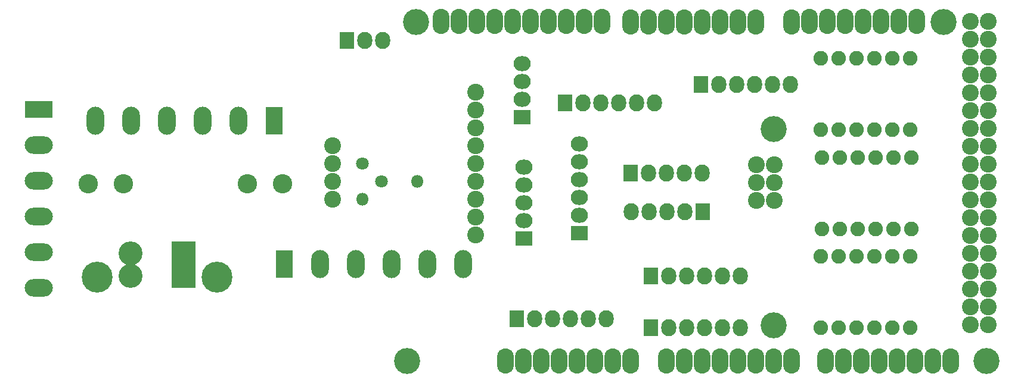
<source format=gts>
G04 #@! TF.FileFunction,Soldermask,Top*
%FSLAX46Y46*%
G04 Gerber Fmt 4.6, Leading zero omitted, Abs format (unit mm)*
G04 Created by KiCad (PCBNEW 4.0.6) date 04/09/18 21:25:24*
%MOMM*%
%LPD*%
G01*
G04 APERTURE LIST*
%ADD10C,0.100000*%
%ADD11C,2.400000*%
%ADD12C,3.702000*%
%ADD13O,2.400000X3.575000*%
%ADD14O,2.127200X2.432000*%
%ADD15R,2.127200X2.432000*%
%ADD16C,2.082800*%
%ADD17R,2.480000X4.000000*%
%ADD18O,2.480000X4.000000*%
%ADD19C,2.750000*%
%ADD20O,2.432000X2.127200*%
%ADD21R,2.432000X2.127200*%
%ADD22R,3.400000X3.400000*%
%ADD23C,3.400000*%
%ADD24C,4.400000*%
%ADD25C,1.800000*%
%ADD26O,1.800000X1.800000*%
%ADD27R,4.000000X2.480000*%
%ADD28O,4.000000X2.480000*%
G04 APERTURE END LIST*
D10*
D11*
X167525700Y-89623900D03*
X167525700Y-92163900D03*
X167525700Y-94703900D03*
X164985700Y-94703900D03*
X164985700Y-92163900D03*
X164985700Y-89623900D03*
D12*
X167398700Y-112483900D03*
X115328700Y-117563900D03*
X116598700Y-69303900D03*
X167398700Y-84543900D03*
X197624700Y-117563900D03*
D13*
X174764700Y-117563900D03*
X152158700Y-117563900D03*
X120154700Y-69271900D03*
X129298700Y-117563900D03*
X147078700Y-69303900D03*
X169938700Y-69303900D03*
X172478700Y-69271900D03*
X175018700Y-69271900D03*
X177558700Y-69271900D03*
X180098700Y-69271900D03*
X182638700Y-69271900D03*
X185178700Y-69271900D03*
X187718700Y-69271900D03*
D11*
X195338700Y-69271900D03*
X197878700Y-69271900D03*
X195338700Y-71811900D03*
X197878700Y-71811900D03*
X195338700Y-74351900D03*
X197878700Y-74351900D03*
X195338700Y-76891900D03*
X197878700Y-76891900D03*
X195338700Y-79431900D03*
X197878700Y-79431900D03*
X195338700Y-81971900D03*
X197878700Y-81971900D03*
X195338700Y-84511900D03*
X197878700Y-84511900D03*
X195338700Y-87051900D03*
X197878700Y-87051900D03*
X195338700Y-89591900D03*
X197878700Y-89591900D03*
X195338700Y-92131900D03*
X197878700Y-92131900D03*
X195338700Y-94671900D03*
X197878700Y-94671900D03*
X195338700Y-97211900D03*
X197878700Y-97211900D03*
X195338700Y-99751900D03*
X197878700Y-99751900D03*
X195338700Y-102291900D03*
X197878700Y-102291900D03*
X195338700Y-104831900D03*
X197878700Y-104831900D03*
X195338700Y-107371900D03*
X197878700Y-107371900D03*
X195338700Y-109911900D03*
X197878700Y-109911900D03*
X195338700Y-112451900D03*
X197878700Y-112451900D03*
D12*
X191528700Y-69303900D03*
D13*
X131838700Y-117563900D03*
X134378700Y-117563900D03*
X136918700Y-117563900D03*
X139458700Y-117563900D03*
X141998700Y-117563900D03*
X144538700Y-117563900D03*
X147078700Y-117563900D03*
X154698700Y-117563900D03*
X157238700Y-117563900D03*
X159778700Y-117563900D03*
X162318700Y-117563900D03*
X164858700Y-117563900D03*
X167398700Y-117563900D03*
X169938700Y-117563900D03*
X177304700Y-117563900D03*
X179844700Y-117563900D03*
X182384700Y-117563900D03*
X184924700Y-117563900D03*
X187464700Y-117563900D03*
X190004700Y-117563900D03*
X192544700Y-117563900D03*
X122694700Y-69271900D03*
X125234700Y-69271900D03*
X127774700Y-69271900D03*
X130314700Y-69271900D03*
X132854700Y-69271900D03*
X135394700Y-69271900D03*
X137934700Y-69271900D03*
X140474700Y-69271900D03*
X143014700Y-69271900D03*
X149618700Y-69303900D03*
X152158700Y-69303900D03*
X154698700Y-69303900D03*
X157238700Y-69303900D03*
X159778700Y-69303900D03*
X162318700Y-69303900D03*
X164858700Y-69303900D03*
D14*
X169748200Y-78232000D03*
D15*
X157048200Y-78232000D03*
D14*
X159588200Y-78232000D03*
X162128200Y-78232000D03*
X164668200Y-78232000D03*
X167208200Y-78232000D03*
D16*
X181686200Y-112877600D03*
X181686200Y-102717600D03*
X179146200Y-102717600D03*
X174066200Y-102717600D03*
X176606200Y-102717600D03*
X184226200Y-102717600D03*
X186766200Y-102717600D03*
X179146200Y-112877600D03*
X174066200Y-112877600D03*
X176606200Y-112877600D03*
X184226200Y-112877600D03*
X186766200Y-112877600D03*
D14*
X143586200Y-111556800D03*
D15*
X130886200Y-111556800D03*
D14*
X133426200Y-111556800D03*
X135966200Y-111556800D03*
X138506200Y-111556800D03*
X141046200Y-111556800D03*
D16*
X181749700Y-84645500D03*
X181749700Y-74485500D03*
X179209700Y-74485500D03*
X174129700Y-74485500D03*
X176669700Y-74485500D03*
X184289700Y-74485500D03*
X186829700Y-74485500D03*
X179209700Y-84645500D03*
X174129700Y-84645500D03*
X176669700Y-84645500D03*
X184289700Y-84645500D03*
X186829700Y-84645500D03*
D11*
X125095000Y-79273400D03*
X104775000Y-86893400D03*
X104775000Y-89433400D03*
X104775000Y-91973400D03*
X104775000Y-94513400D03*
X125095000Y-81813400D03*
X125095000Y-84353400D03*
X125095000Y-86893400D03*
X125095000Y-89433400D03*
X125095000Y-91973400D03*
X125095000Y-94513400D03*
X125095000Y-97053400D03*
X125095000Y-99593400D03*
D17*
X97917000Y-103809800D03*
D18*
X102997000Y-103809800D03*
X108077000Y-103809800D03*
X113157000Y-103809800D03*
X118237000Y-103809800D03*
X123317000Y-103809800D03*
D14*
X150469600Y-80873600D03*
D15*
X137769600Y-80873600D03*
D14*
X140309600Y-80873600D03*
X142849600Y-80873600D03*
X145389600Y-80873600D03*
X147929600Y-80873600D03*
X162636200Y-112801400D03*
D15*
X149936200Y-112801400D03*
D14*
X152476200Y-112801400D03*
X155016200Y-112801400D03*
X157556200Y-112801400D03*
X160096200Y-112801400D03*
D19*
X75013800Y-92354400D03*
X70013800Y-92354400D03*
X92633800Y-92354400D03*
X97633800Y-92354400D03*
D20*
X139827000Y-86715600D03*
D21*
X139827000Y-99415600D03*
D20*
X139827000Y-96875600D03*
X139827000Y-94335600D03*
X139827000Y-91795600D03*
X139827000Y-89255600D03*
D14*
X162636200Y-105511600D03*
D15*
X149936200Y-105511600D03*
D14*
X152476200Y-105511600D03*
X155016200Y-105511600D03*
X157556200Y-105511600D03*
X160096200Y-105511600D03*
D17*
X96418400Y-83413600D03*
D18*
X91338400Y-83413600D03*
X86258400Y-83413600D03*
X81178400Y-83413600D03*
X76098400Y-83413600D03*
X71018400Y-83413600D03*
D15*
X147116800Y-90830400D03*
D14*
X149656800Y-90830400D03*
X152196800Y-90830400D03*
X154736800Y-90830400D03*
X157276800Y-90830400D03*
D22*
X83563000Y-105435400D03*
X83563000Y-102255400D03*
D23*
X76073000Y-105435400D03*
X76073000Y-102255400D03*
D24*
X88313000Y-105685400D03*
X71323000Y-105685400D03*
D25*
X111709200Y-92024200D03*
D26*
X116789200Y-92024200D03*
D25*
X108966000Y-89484200D03*
D26*
X108966000Y-94564200D03*
D15*
X157327600Y-96367600D03*
D14*
X154787600Y-96367600D03*
X152247600Y-96367600D03*
X149707600Y-96367600D03*
X147167600Y-96367600D03*
D27*
X62966600Y-81762600D03*
D28*
X62966600Y-86842600D03*
X62966600Y-91922600D03*
X62966600Y-97002600D03*
X62966600Y-102082600D03*
X62966600Y-107162600D03*
D16*
X181838600Y-98767900D03*
X181838600Y-88607900D03*
X179298600Y-88607900D03*
X174218600Y-88607900D03*
X176758600Y-88607900D03*
X184378600Y-88607900D03*
X186918600Y-88607900D03*
X179298600Y-98767900D03*
X174218600Y-98767900D03*
X176758600Y-98767900D03*
X184378600Y-98767900D03*
X186918600Y-98767900D03*
D21*
X131927600Y-100101400D03*
D20*
X131927600Y-97561400D03*
X131927600Y-95021400D03*
X131927600Y-92481400D03*
X131927600Y-89941400D03*
D21*
X131648200Y-82880200D03*
D20*
X131648200Y-80340200D03*
X131648200Y-77800200D03*
X131648200Y-75260200D03*
D15*
X106781600Y-71932800D03*
D14*
X109321600Y-71932800D03*
X111861600Y-71932800D03*
M02*

</source>
